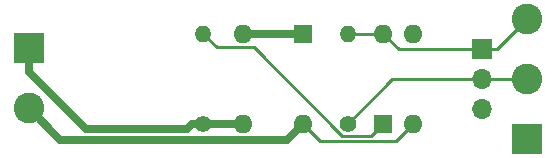
<source format=gbr>
%TF.GenerationSoftware,KiCad,Pcbnew,7.0.7*%
%TF.CreationDate,2024-02-24T13:28:42+01:00*%
%TF.ProjectId,current_sensor,63757272-656e-4745-9f73-656e736f722e,rev?*%
%TF.SameCoordinates,Original*%
%TF.FileFunction,Copper,L2,Bot*%
%TF.FilePolarity,Positive*%
%FSLAX46Y46*%
G04 Gerber Fmt 4.6, Leading zero omitted, Abs format (unit mm)*
G04 Created by KiCad (PCBNEW 7.0.7) date 2024-02-24 13:28:42*
%MOMM*%
%LPD*%
G01*
G04 APERTURE LIST*
%TA.AperFunction,ComponentPad*%
%ADD10R,1.700000X1.700000*%
%TD*%
%TA.AperFunction,ComponentPad*%
%ADD11O,1.700000X1.700000*%
%TD*%
%TA.AperFunction,ComponentPad*%
%ADD12C,1.400000*%
%TD*%
%TA.AperFunction,ComponentPad*%
%ADD13O,1.400000X1.400000*%
%TD*%
%TA.AperFunction,ComponentPad*%
%ADD14R,2.600000X2.600000*%
%TD*%
%TA.AperFunction,ComponentPad*%
%ADD15C,2.600000*%
%TD*%
%TA.AperFunction,ComponentPad*%
%ADD16R,1.600000X1.600000*%
%TD*%
%TA.AperFunction,ComponentPad*%
%ADD17O,1.600000X1.600000*%
%TD*%
%TA.AperFunction,Conductor*%
%ADD18C,0.700000*%
%TD*%
%TA.AperFunction,Conductor*%
%ADD19C,0.250000*%
%TD*%
G04 APERTURE END LIST*
D10*
%TO.P,J1203,1,Pin_1*%
%TO.N,sig*%
X43625000Y-5475000D03*
D11*
%TO.P,J1203,2,Pin_2*%
%TO.N,+5V*%
X43625000Y-8015000D03*
%TO.P,J1203,3,Pin_3*%
%TO.N,GND*%
X43625000Y-10555000D03*
%TD*%
D12*
%TO.P,R1202,1*%
%TO.N,+5V*%
X32211000Y-11800000D03*
D13*
%TO.P,R1202,2*%
%TO.N,sig*%
X32211000Y-4180000D03*
%TD*%
D14*
%TO.P,J1202,1,Pin_1*%
%TO.N,GND*%
X47430000Y-13100000D03*
D15*
%TO.P,J1202,2,Pin_2*%
%TO.N,+5V*%
X47430000Y-8020000D03*
%TO.P,J1202,3,Pin_3*%
%TO.N,sig*%
X47430000Y-2940000D03*
%TD*%
D14*
%TO.P,J1201,1,Pin_1*%
%TO.N,Net-(D1201-Pad3)*%
X5195000Y-5420000D03*
D15*
%TO.P,J1201,2,Pin_2*%
%TO.N,Net-(D1201-Pad4)*%
X5195000Y-10500000D03*
%TD*%
D16*
%TO.P,D1201,1,+*%
%TO.N,Net-(D1201-Pad1)*%
X28400000Y-4190000D03*
D17*
%TO.P,D1201,2,-*%
X23320000Y-4190000D03*
%TO.P,D1201,3*%
%TO.N,Net-(D1201-Pad3)*%
X23320000Y-11810000D03*
%TO.P,D1201,4*%
%TO.N,Net-(D1201-Pad4)*%
X28400000Y-11810000D03*
%TD*%
D12*
%TO.P,R1201,1*%
%TO.N,Net-(D1201-Pad3)*%
X19980000Y-11810000D03*
D13*
%TO.P,R1201,2*%
%TO.N,Net-(R1201-Pad2)*%
X19980000Y-4190000D03*
%TD*%
D16*
%TO.P,U1201,1*%
%TO.N,Net-(R1201-Pad2)*%
X35225000Y-11800000D03*
D17*
%TO.P,U1201,2*%
%TO.N,Net-(D1201-Pad4)*%
X37765000Y-11800000D03*
%TO.P,U1201,3*%
%TO.N,GND*%
X37765000Y-4180000D03*
%TO.P,U1201,4*%
%TO.N,sig*%
X35225000Y-4180000D03*
%TD*%
D18*
%TO.N,Net-(D1201-Pad1)*%
X23320000Y-4190000D02*
X28400000Y-4190000D01*
%TO.N,Net-(D1201-Pad3)*%
X5195000Y-5420000D02*
X5195000Y-7420000D01*
X10035000Y-12260000D02*
X18601000Y-12260000D01*
X19050000Y-11811000D02*
X23319000Y-11811000D01*
X18601000Y-12260000D02*
X19050000Y-11811000D01*
X5195000Y-7420000D02*
X10035000Y-12260000D01*
X23319000Y-11811000D02*
X23320000Y-11810000D01*
%TO.N,Net-(D1201-Pad4)*%
X27050000Y-13160000D02*
X7855000Y-13160000D01*
X28400000Y-11810000D02*
X27050000Y-13160000D01*
D19*
X29865000Y-13275000D02*
X28400000Y-11810000D01*
X37765000Y-11800000D02*
X36290000Y-13275000D01*
D18*
X7855000Y-13160000D02*
X5195000Y-10500000D01*
D19*
X36290000Y-13275000D02*
X29865000Y-13275000D01*
%TO.N,+5V*%
X43625000Y-8015000D02*
X35996000Y-8015000D01*
X47430000Y-8020000D02*
X43630000Y-8020000D01*
X43630000Y-8020000D02*
X43625000Y-8015000D01*
X35996000Y-8015000D02*
X32211000Y-11800000D01*
%TO.N,sig*%
X44895000Y-5475000D02*
X47430000Y-2940000D01*
X43625000Y-5475000D02*
X44895000Y-5475000D01*
X35225000Y-4180000D02*
X36520000Y-5475000D01*
X32211000Y-4180000D02*
X35225000Y-4180000D01*
X36520000Y-5475000D02*
X43625000Y-5475000D01*
%TO.N,Net-(R1201-Pad2)*%
X21105000Y-5315000D02*
X24238000Y-5315000D01*
X19980000Y-4190000D02*
X21105000Y-5315000D01*
X31748000Y-12825000D02*
X34200000Y-12825000D01*
X34200000Y-12825000D02*
X35225000Y-11800000D01*
X24238000Y-5315000D02*
X31748000Y-12825000D01*
%TD*%
M02*

</source>
